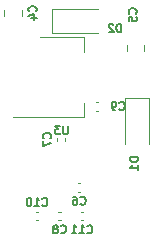
<source format=gbr>
G04 #@! TF.GenerationSoftware,KiCad,Pcbnew,5.1.5+dfsg1-2build2*
G04 #@! TF.CreationDate,2023-08-25T20:20:15+01:00*
G04 #@! TF.ProjectId,pico-sp0256,7069636f-2d73-4703-9032-35362e6b6963,rev?*
G04 #@! TF.SameCoordinates,Original*
G04 #@! TF.FileFunction,Legend,Bot*
G04 #@! TF.FilePolarity,Positive*
%FSLAX46Y46*%
G04 Gerber Fmt 4.6, Leading zero omitted, Abs format (unit mm)*
G04 Created by KiCad (PCBNEW 5.1.5+dfsg1-2build2) date 2023-08-25 20:20:15*
%MOMM*%
%LPD*%
G04 APERTURE LIST*
%ADD10C,0.120000*%
%ADD11C,0.150000*%
G04 APERTURE END LIST*
D10*
X79728500Y-72882000D02*
X83628500Y-72882000D01*
X79728500Y-70882000D02*
X83628500Y-70882000D01*
X79728500Y-72882000D02*
X79728500Y-70882000D01*
X85931500Y-78395000D02*
X85931500Y-82295000D01*
X87931500Y-78395000D02*
X87931500Y-82295000D01*
X85931500Y-78395000D02*
X87931500Y-78395000D01*
X76481500Y-80054500D02*
X82491500Y-80054500D01*
X78731500Y-73234500D02*
X82491500Y-73234500D01*
X82491500Y-80054500D02*
X82491500Y-78794500D01*
X82491500Y-73234500D02*
X82491500Y-74494500D01*
X82188164Y-88032000D02*
X82403836Y-88032000D01*
X82188164Y-88752000D02*
X82403836Y-88752000D01*
X78593836Y-88752000D02*
X78378164Y-88752000D01*
X78593836Y-88032000D02*
X78378164Y-88032000D01*
X83458164Y-78761000D02*
X83673836Y-78761000D01*
X83458164Y-79481000D02*
X83673836Y-79481000D01*
X80283164Y-88032000D02*
X80498836Y-88032000D01*
X80283164Y-88752000D02*
X80498836Y-88752000D01*
X80878000Y-81807164D02*
X80878000Y-82022836D01*
X80158000Y-81807164D02*
X80158000Y-82022836D01*
X81934164Y-85619000D02*
X82149836Y-85619000D01*
X81934164Y-86339000D02*
X82149836Y-86339000D01*
X87539500Y-73906748D02*
X87539500Y-74429252D01*
X86069500Y-73906748D02*
X86069500Y-74429252D01*
X75719000Y-71444752D02*
X75719000Y-70922248D01*
X77189000Y-71444752D02*
X77189000Y-70922248D01*
D11*
X85606666Y-72833666D02*
X85606666Y-72133666D01*
X85440000Y-72133666D01*
X85340000Y-72167000D01*
X85273333Y-72233666D01*
X85240000Y-72300333D01*
X85206666Y-72433666D01*
X85206666Y-72533666D01*
X85240000Y-72667000D01*
X85273333Y-72733666D01*
X85340000Y-72800333D01*
X85440000Y-72833666D01*
X85606666Y-72833666D01*
X84940000Y-72200333D02*
X84906666Y-72167000D01*
X84840000Y-72133666D01*
X84673333Y-72133666D01*
X84606666Y-72167000D01*
X84573333Y-72200333D01*
X84540000Y-72267000D01*
X84540000Y-72333666D01*
X84573333Y-72433666D01*
X84973333Y-72833666D01*
X84540000Y-72833666D01*
X87057666Y-83430333D02*
X86357666Y-83430333D01*
X86357666Y-83597000D01*
X86391000Y-83697000D01*
X86457666Y-83763666D01*
X86524333Y-83797000D01*
X86657666Y-83830333D01*
X86757666Y-83830333D01*
X86891000Y-83797000D01*
X86957666Y-83763666D01*
X87024333Y-83697000D01*
X87057666Y-83597000D01*
X87057666Y-83430333D01*
X87057666Y-84497000D02*
X87057666Y-84097000D01*
X87057666Y-84297000D02*
X86357666Y-84297000D01*
X86457666Y-84230333D01*
X86524333Y-84163666D01*
X86557666Y-84097000D01*
X81114833Y-80761166D02*
X81114833Y-81327833D01*
X81081500Y-81394500D01*
X81048166Y-81427833D01*
X80981500Y-81461166D01*
X80848166Y-81461166D01*
X80781500Y-81427833D01*
X80748166Y-81394500D01*
X80714833Y-81327833D01*
X80714833Y-80761166D01*
X80448166Y-80761166D02*
X80014833Y-80761166D01*
X80248166Y-81027833D01*
X80148166Y-81027833D01*
X80081500Y-81061166D01*
X80048166Y-81094500D01*
X80014833Y-81161166D01*
X80014833Y-81327833D01*
X80048166Y-81394500D01*
X80081500Y-81427833D01*
X80148166Y-81461166D01*
X80348166Y-81461166D01*
X80414833Y-81427833D01*
X80448166Y-81394500D01*
X82746000Y-89802000D02*
X82779333Y-89835333D01*
X82879333Y-89868666D01*
X82946000Y-89868666D01*
X83046000Y-89835333D01*
X83112666Y-89768666D01*
X83146000Y-89702000D01*
X83179333Y-89568666D01*
X83179333Y-89468666D01*
X83146000Y-89335333D01*
X83112666Y-89268666D01*
X83046000Y-89202000D01*
X82946000Y-89168666D01*
X82879333Y-89168666D01*
X82779333Y-89202000D01*
X82746000Y-89235333D01*
X82079333Y-89868666D02*
X82479333Y-89868666D01*
X82279333Y-89868666D02*
X82279333Y-89168666D01*
X82346000Y-89268666D01*
X82412666Y-89335333D01*
X82479333Y-89368666D01*
X81412666Y-89868666D02*
X81812666Y-89868666D01*
X81612666Y-89868666D02*
X81612666Y-89168666D01*
X81679333Y-89268666D01*
X81746000Y-89335333D01*
X81812666Y-89368666D01*
X78936000Y-87482000D02*
X78969333Y-87515333D01*
X79069333Y-87548666D01*
X79136000Y-87548666D01*
X79236000Y-87515333D01*
X79302666Y-87448666D01*
X79336000Y-87382000D01*
X79369333Y-87248666D01*
X79369333Y-87148666D01*
X79336000Y-87015333D01*
X79302666Y-86948666D01*
X79236000Y-86882000D01*
X79136000Y-86848666D01*
X79069333Y-86848666D01*
X78969333Y-86882000D01*
X78936000Y-86915333D01*
X78269333Y-87548666D02*
X78669333Y-87548666D01*
X78469333Y-87548666D02*
X78469333Y-86848666D01*
X78536000Y-86948666D01*
X78602666Y-87015333D01*
X78669333Y-87048666D01*
X77836000Y-86848666D02*
X77769333Y-86848666D01*
X77702666Y-86882000D01*
X77669333Y-86915333D01*
X77636000Y-86982000D01*
X77602666Y-87115333D01*
X77602666Y-87282000D01*
X77636000Y-87415333D01*
X77669333Y-87482000D01*
X77702666Y-87515333D01*
X77769333Y-87548666D01*
X77836000Y-87548666D01*
X77902666Y-87515333D01*
X77936000Y-87482000D01*
X77969333Y-87415333D01*
X78002666Y-87282000D01*
X78002666Y-87115333D01*
X77969333Y-86982000D01*
X77936000Y-86915333D01*
X77902666Y-86882000D01*
X77836000Y-86848666D01*
X85460666Y-79371000D02*
X85494000Y-79404333D01*
X85594000Y-79437666D01*
X85660666Y-79437666D01*
X85760666Y-79404333D01*
X85827333Y-79337666D01*
X85860666Y-79271000D01*
X85894000Y-79137666D01*
X85894000Y-79037666D01*
X85860666Y-78904333D01*
X85827333Y-78837666D01*
X85760666Y-78771000D01*
X85660666Y-78737666D01*
X85594000Y-78737666D01*
X85494000Y-78771000D01*
X85460666Y-78804333D01*
X85127333Y-79437666D02*
X84994000Y-79437666D01*
X84927333Y-79404333D01*
X84894000Y-79371000D01*
X84827333Y-79271000D01*
X84794000Y-79137666D01*
X84794000Y-78871000D01*
X84827333Y-78804333D01*
X84860666Y-78771000D01*
X84927333Y-78737666D01*
X85060666Y-78737666D01*
X85127333Y-78771000D01*
X85160666Y-78804333D01*
X85194000Y-78871000D01*
X85194000Y-79037666D01*
X85160666Y-79104333D01*
X85127333Y-79137666D01*
X85060666Y-79171000D01*
X84927333Y-79171000D01*
X84860666Y-79137666D01*
X84827333Y-79104333D01*
X84794000Y-79037666D01*
X80507666Y-89802000D02*
X80541000Y-89835333D01*
X80641000Y-89868666D01*
X80707666Y-89868666D01*
X80807666Y-89835333D01*
X80874333Y-89768666D01*
X80907666Y-89702000D01*
X80941000Y-89568666D01*
X80941000Y-89468666D01*
X80907666Y-89335333D01*
X80874333Y-89268666D01*
X80807666Y-89202000D01*
X80707666Y-89168666D01*
X80641000Y-89168666D01*
X80541000Y-89202000D01*
X80507666Y-89235333D01*
X80107666Y-89468666D02*
X80174333Y-89435333D01*
X80207666Y-89402000D01*
X80241000Y-89335333D01*
X80241000Y-89302000D01*
X80207666Y-89235333D01*
X80174333Y-89202000D01*
X80107666Y-89168666D01*
X79974333Y-89168666D01*
X79907666Y-89202000D01*
X79874333Y-89235333D01*
X79841000Y-89302000D01*
X79841000Y-89335333D01*
X79874333Y-89402000D01*
X79907666Y-89435333D01*
X79974333Y-89468666D01*
X80107666Y-89468666D01*
X80174333Y-89502000D01*
X80207666Y-89535333D01*
X80241000Y-89602000D01*
X80241000Y-89735333D01*
X80207666Y-89802000D01*
X80174333Y-89835333D01*
X80107666Y-89868666D01*
X79974333Y-89868666D01*
X79907666Y-89835333D01*
X79874333Y-89802000D01*
X79841000Y-89735333D01*
X79841000Y-89602000D01*
X79874333Y-89535333D01*
X79907666Y-89502000D01*
X79974333Y-89468666D01*
X79608000Y-81798333D02*
X79641333Y-81765000D01*
X79674666Y-81665000D01*
X79674666Y-81598333D01*
X79641333Y-81498333D01*
X79574666Y-81431666D01*
X79508000Y-81398333D01*
X79374666Y-81365000D01*
X79274666Y-81365000D01*
X79141333Y-81398333D01*
X79074666Y-81431666D01*
X79008000Y-81498333D01*
X78974666Y-81598333D01*
X78974666Y-81665000D01*
X79008000Y-81765000D01*
X79041333Y-81798333D01*
X78974666Y-82031666D02*
X78974666Y-82498333D01*
X79674666Y-82198333D01*
X82158666Y-87389000D02*
X82192000Y-87422333D01*
X82292000Y-87455666D01*
X82358666Y-87455666D01*
X82458666Y-87422333D01*
X82525333Y-87355666D01*
X82558666Y-87289000D01*
X82592000Y-87155666D01*
X82592000Y-87055666D01*
X82558666Y-86922333D01*
X82525333Y-86855666D01*
X82458666Y-86789000D01*
X82358666Y-86755666D01*
X82292000Y-86755666D01*
X82192000Y-86789000D01*
X82158666Y-86822333D01*
X81558666Y-86755666D02*
X81692000Y-86755666D01*
X81758666Y-86789000D01*
X81792000Y-86822333D01*
X81858666Y-86922333D01*
X81892000Y-87055666D01*
X81892000Y-87322333D01*
X81858666Y-87389000D01*
X81825333Y-87422333D01*
X81758666Y-87455666D01*
X81625333Y-87455666D01*
X81558666Y-87422333D01*
X81525333Y-87389000D01*
X81492000Y-87322333D01*
X81492000Y-87155666D01*
X81525333Y-87089000D01*
X81558666Y-87055666D01*
X81625333Y-87022333D01*
X81758666Y-87022333D01*
X81825333Y-87055666D01*
X81858666Y-87089000D01*
X81892000Y-87155666D01*
X86864000Y-71257333D02*
X86897333Y-71224000D01*
X86930666Y-71124000D01*
X86930666Y-71057333D01*
X86897333Y-70957333D01*
X86830666Y-70890666D01*
X86764000Y-70857333D01*
X86630666Y-70824000D01*
X86530666Y-70824000D01*
X86397333Y-70857333D01*
X86330666Y-70890666D01*
X86264000Y-70957333D01*
X86230666Y-71057333D01*
X86230666Y-71124000D01*
X86264000Y-71224000D01*
X86297333Y-71257333D01*
X86230666Y-71890666D02*
X86230666Y-71557333D01*
X86564000Y-71524000D01*
X86530666Y-71557333D01*
X86497333Y-71624000D01*
X86497333Y-71790666D01*
X86530666Y-71857333D01*
X86564000Y-71890666D01*
X86630666Y-71924000D01*
X86797333Y-71924000D01*
X86864000Y-71890666D01*
X86897333Y-71857333D01*
X86930666Y-71790666D01*
X86930666Y-71624000D01*
X86897333Y-71557333D01*
X86864000Y-71524000D01*
X78384000Y-71066833D02*
X78417333Y-71033500D01*
X78450666Y-70933500D01*
X78450666Y-70866833D01*
X78417333Y-70766833D01*
X78350666Y-70700166D01*
X78284000Y-70666833D01*
X78150666Y-70633500D01*
X78050666Y-70633500D01*
X77917333Y-70666833D01*
X77850666Y-70700166D01*
X77784000Y-70766833D01*
X77750666Y-70866833D01*
X77750666Y-70933500D01*
X77784000Y-71033500D01*
X77817333Y-71066833D01*
X77984000Y-71666833D02*
X78450666Y-71666833D01*
X77717333Y-71500166D02*
X78217333Y-71333500D01*
X78217333Y-71766833D01*
M02*

</source>
